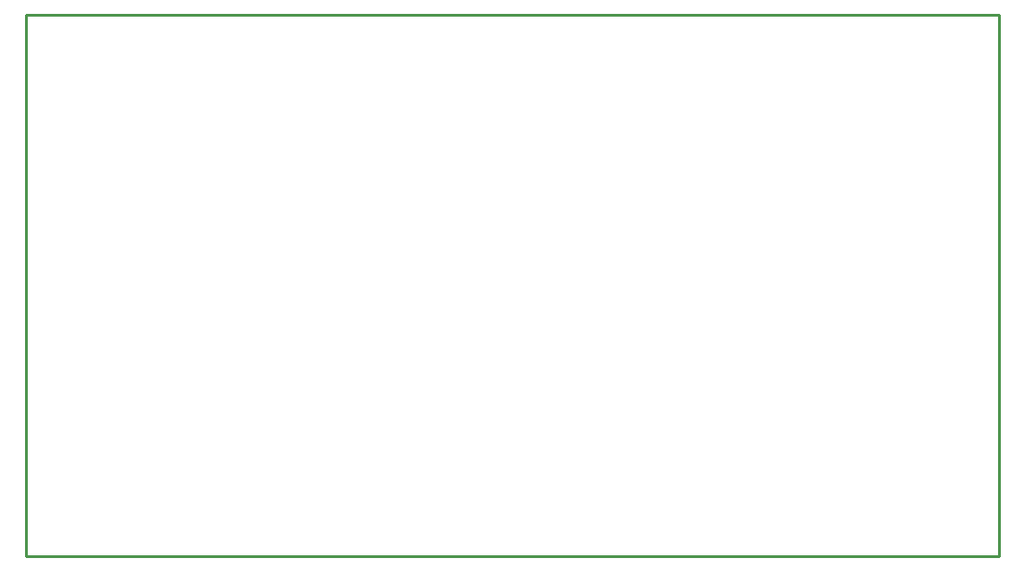
<source format=gko>
G04 Layer: BoardOutline*
G04 EasyEDA v5.9.42, Tue, 26 Mar 2019 22:23:46 GMT*
G04 136a07bf7604451eaa250bedc6906433*
G04 Gerber Generator version 0.2*
G04 Scale: 100 percent, Rotated: No, Reflected: No *
G04 Dimensions in inches *
G04 leading zeros omitted , absolute positions ,2 integer and 4 decimal *
%FSLAX24Y24*%
%MOIN*%
G90*
G70D02*

%ADD10C,0.010000*%
G54D10*
G01X0Y19500D02*
G01X35000Y19500D01*
G01X35000Y0D01*
G01X0Y0D01*
G01X0Y19500D01*

%LPD*%
M00*
M02*

</source>
